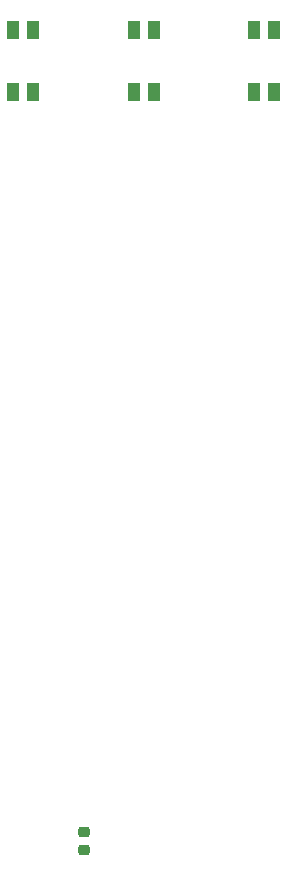
<source format=gbr>
%TF.GenerationSoftware,KiCad,Pcbnew,8.0.2*%
%TF.CreationDate,2024-08-26T11:56:27+09:00*%
%TF.ProjectId,FPGA_Board_v1,46504741-5f42-46f6-9172-645f76312e6b,rev?*%
%TF.SameCoordinates,Original*%
%TF.FileFunction,Paste,Top*%
%TF.FilePolarity,Positive*%
%FSLAX46Y46*%
G04 Gerber Fmt 4.6, Leading zero omitted, Abs format (unit mm)*
G04 Created by KiCad (PCBNEW 8.0.2) date 2024-08-26 11:56:27*
%MOMM*%
%LPD*%
G01*
G04 APERTURE LIST*
G04 Aperture macros list*
%AMRoundRect*
0 Rectangle with rounded corners*
0 $1 Rounding radius*
0 $2 $3 $4 $5 $6 $7 $8 $9 X,Y pos of 4 corners*
0 Add a 4 corners polygon primitive as box body*
4,1,4,$2,$3,$4,$5,$6,$7,$8,$9,$2,$3,0*
0 Add four circle primitives for the rounded corners*
1,1,$1+$1,$2,$3*
1,1,$1+$1,$4,$5*
1,1,$1+$1,$6,$7*
1,1,$1+$1,$8,$9*
0 Add four rect primitives between the rounded corners*
20,1,$1+$1,$2,$3,$4,$5,0*
20,1,$1+$1,$4,$5,$6,$7,0*
20,1,$1+$1,$6,$7,$8,$9,0*
20,1,$1+$1,$8,$9,$2,$3,0*%
G04 Aperture macros list end*
%ADD10R,1.000000X1.550000*%
%ADD11RoundRect,0.225000X-0.250000X0.225000X-0.250000X-0.225000X0.250000X-0.225000X0.250000X0.225000X0*%
G04 APERTURE END LIST*
D10*
%TO.C,SW3*%
X178650000Y-48175000D03*
X178650000Y-53425000D03*
X176950000Y-48175000D03*
X176950000Y-53425000D03*
%TD*%
%TO.C,SW2*%
X188810000Y-48175000D03*
X188810000Y-53425000D03*
X187110000Y-48175000D03*
X187110000Y-53425000D03*
%TD*%
%TO.C,SW4*%
X168405000Y-48175000D03*
X168405000Y-53425000D03*
X166705000Y-48175000D03*
X166705000Y-53425000D03*
%TD*%
D11*
%TO.C,C1*%
X172720000Y-116065000D03*
X172720000Y-117615000D03*
%TD*%
M02*

</source>
